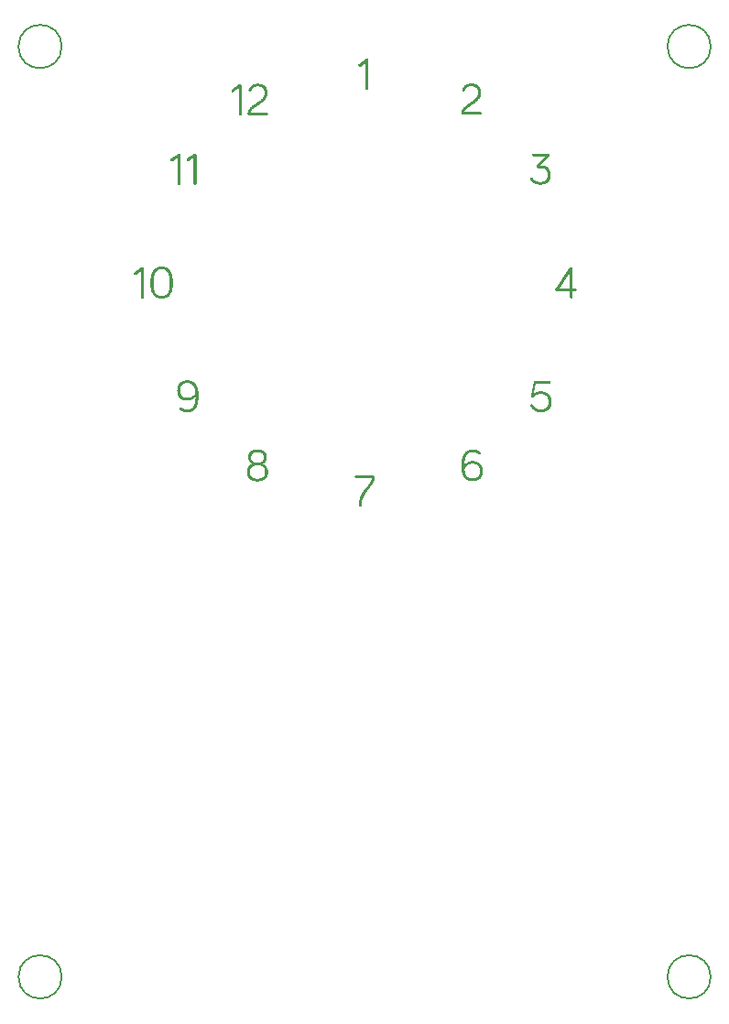
<source format=gbr>
%TF.GenerationSoftware,KiCad,Pcbnew,7.0.7*%
%TF.CreationDate,2024-03-28T21:52:13-04:00*%
%TF.ProjectId,midi-controller_control-faceplate_teensy,6d696469-2d63-46f6-9e74-726f6c6c6572,rev?*%
%TF.SameCoordinates,Original*%
%TF.FileFunction,Legend,Top*%
%TF.FilePolarity,Positive*%
%FSLAX46Y46*%
G04 Gerber Fmt 4.6, Leading zero omitted, Abs format (unit mm)*
G04 Created by KiCad (PCBNEW 7.0.7) date 2024-03-28 21:52:13*
%MOMM*%
%LPD*%
G01*
G04 APERTURE LIST*
%ADD10C,0.150000*%
%ADD11C,0.203200*%
G04 APERTURE END LIST*
D10*
G36*
X154052323Y-127737416D02*
G01*
X154001241Y-127738198D01*
X153952100Y-127740510D01*
X153904847Y-127744304D01*
X153859433Y-127749529D01*
X153815804Y-127756137D01*
X153773909Y-127764078D01*
X153733698Y-127773303D01*
X153695118Y-127783762D01*
X153658118Y-127795405D01*
X153622647Y-127808185D01*
X153588652Y-127822051D01*
X153556083Y-127836953D01*
X153524888Y-127852843D01*
X153495015Y-127869671D01*
X153466412Y-127887388D01*
X153439030Y-127905944D01*
X153606824Y-127033997D01*
X154791646Y-127033997D01*
X154823874Y-127029880D01*
X154853221Y-127018232D01*
X154878630Y-127000112D01*
X154899044Y-126976574D01*
X154913408Y-126948675D01*
X154920664Y-126917473D01*
X154921339Y-126904304D01*
X154917222Y-126871784D01*
X154905575Y-126842235D01*
X154887454Y-126816698D01*
X154863916Y-126796212D01*
X154836018Y-126781818D01*
X154804816Y-126774554D01*
X154791646Y-126773878D01*
X153514501Y-126773878D01*
X153483011Y-126777660D01*
X153455399Y-126788033D01*
X153427855Y-126807126D01*
X153406958Y-126831088D01*
X153393285Y-126857397D01*
X153388471Y-126874995D01*
X153145205Y-128119168D01*
X153138569Y-128149138D01*
X153136413Y-128173390D01*
X153140533Y-128205570D01*
X153152200Y-128234794D01*
X153170374Y-128260041D01*
X153194015Y-128280287D01*
X153222084Y-128294508D01*
X153253540Y-128301683D01*
X153266838Y-128302350D01*
X153296889Y-128299544D01*
X153325487Y-128290314D01*
X153351624Y-128274334D01*
X153375553Y-128252963D01*
X153380411Y-128248128D01*
X153415665Y-128215085D01*
X153450936Y-128184610D01*
X153486414Y-128156642D01*
X153522286Y-128131121D01*
X153558742Y-128107987D01*
X153595971Y-128087180D01*
X153634161Y-128068640D01*
X153673503Y-128052307D01*
X153714183Y-128038120D01*
X153756393Y-128026020D01*
X153800319Y-128015946D01*
X153846152Y-128007839D01*
X153894080Y-128001638D01*
X153944292Y-127997283D01*
X153996977Y-127994714D01*
X154052323Y-127993871D01*
X154090166Y-127994498D01*
X154127286Y-127996385D01*
X154163652Y-127999544D01*
X154199233Y-128003987D01*
X154233996Y-128009723D01*
X154267912Y-128016766D01*
X154300948Y-128025125D01*
X154333073Y-128034813D01*
X154364255Y-128045840D01*
X154394464Y-128058218D01*
X154423668Y-128071958D01*
X154451835Y-128087071D01*
X154478934Y-128103569D01*
X154504934Y-128121463D01*
X154529803Y-128140764D01*
X154553510Y-128161483D01*
X154576023Y-128183632D01*
X154597311Y-128207222D01*
X154617343Y-128232264D01*
X154636088Y-128258770D01*
X154653513Y-128286750D01*
X154669587Y-128316217D01*
X154684280Y-128347181D01*
X154697559Y-128379653D01*
X154709394Y-128413645D01*
X154719753Y-128449168D01*
X154728604Y-128486234D01*
X154735916Y-128524853D01*
X154741658Y-128565038D01*
X154745798Y-128606798D01*
X154748305Y-128650146D01*
X154749148Y-128695093D01*
X154748305Y-128741146D01*
X154745798Y-128785481D01*
X154741658Y-128828115D01*
X154735916Y-128869066D01*
X154728604Y-128908348D01*
X154719753Y-128945980D01*
X154709394Y-128981979D01*
X154697559Y-129016360D01*
X154684280Y-129049141D01*
X154669587Y-129080338D01*
X154653513Y-129109968D01*
X154636088Y-129138049D01*
X154617343Y-129164596D01*
X154597311Y-129189626D01*
X154576023Y-129213157D01*
X154553510Y-129235205D01*
X154529803Y-129255787D01*
X154504934Y-129274919D01*
X154478934Y-129292619D01*
X154451835Y-129308903D01*
X154423668Y-129323788D01*
X154394464Y-129337290D01*
X154364255Y-129349427D01*
X154333073Y-129360216D01*
X154300948Y-129369672D01*
X154267912Y-129377813D01*
X154233996Y-129384655D01*
X154199233Y-129390216D01*
X154163652Y-129394512D01*
X154127286Y-129397559D01*
X154090166Y-129399376D01*
X154052323Y-129399977D01*
X154020028Y-129399609D01*
X153988524Y-129398497D01*
X153957791Y-129396633D01*
X153927811Y-129394007D01*
X153898563Y-129390610D01*
X153842182Y-129381469D01*
X153788492Y-129369136D01*
X153737332Y-129353537D01*
X153688545Y-129334600D01*
X153641971Y-129312253D01*
X153597451Y-129286421D01*
X153554826Y-129257032D01*
X153513939Y-129224013D01*
X153474629Y-129187292D01*
X153436738Y-129146794D01*
X153400107Y-129102447D01*
X153382214Y-129078808D01*
X153364577Y-129054179D01*
X153347176Y-129028551D01*
X153329990Y-129001915D01*
X153313000Y-128974262D01*
X153294900Y-128947400D01*
X153272707Y-128924752D01*
X153246530Y-128909057D01*
X153216801Y-128901435D01*
X153195031Y-128900257D01*
X153162803Y-128904377D01*
X153133456Y-128916044D01*
X153108048Y-128934218D01*
X153087633Y-128957859D01*
X153073270Y-128985928D01*
X153066014Y-129017384D01*
X153065338Y-129030682D01*
X153069319Y-129060863D01*
X153079828Y-129088948D01*
X153082191Y-129093697D01*
X153098811Y-129126717D01*
X153116382Y-129158863D01*
X153134898Y-129190123D01*
X153154350Y-129220486D01*
X153174733Y-129249941D01*
X153196040Y-129278475D01*
X153218264Y-129306078D01*
X153241399Y-129332738D01*
X153265437Y-129358444D01*
X153290373Y-129383185D01*
X153316198Y-129406948D01*
X153342908Y-129429723D01*
X153370494Y-129451498D01*
X153398950Y-129472262D01*
X153428270Y-129492004D01*
X153458447Y-129510711D01*
X153489474Y-129528373D01*
X153521344Y-129544978D01*
X153554051Y-129560515D01*
X153587587Y-129574972D01*
X153621947Y-129588338D01*
X153657124Y-129600602D01*
X153693110Y-129611752D01*
X153729900Y-129621777D01*
X153767486Y-129630665D01*
X153805861Y-129638405D01*
X153845020Y-129644985D01*
X153884955Y-129650395D01*
X153925659Y-129654622D01*
X153967127Y-129657656D01*
X154009350Y-129659484D01*
X154052323Y-129660096D01*
X154105726Y-129659220D01*
X154158056Y-129656583D01*
X154209275Y-129652173D01*
X154259341Y-129645974D01*
X154308212Y-129637974D01*
X154355848Y-129628160D01*
X154402209Y-129616518D01*
X154447253Y-129603035D01*
X154490938Y-129587697D01*
X154533226Y-129570491D01*
X154574073Y-129551403D01*
X154613440Y-129530420D01*
X154651286Y-129507529D01*
X154687569Y-129482716D01*
X154722249Y-129455968D01*
X154755285Y-129427272D01*
X154786635Y-129396613D01*
X154816260Y-129363979D01*
X154844117Y-129329356D01*
X154870167Y-129292730D01*
X154894368Y-129254089D01*
X154916679Y-129213419D01*
X154937060Y-129170706D01*
X154955468Y-129125937D01*
X154971865Y-129079099D01*
X154986208Y-129030178D01*
X154998456Y-128979161D01*
X155008570Y-128926034D01*
X155016507Y-128870784D01*
X155022227Y-128813398D01*
X155025689Y-128753861D01*
X155026852Y-128692162D01*
X155025689Y-128631660D01*
X155022227Y-128573248D01*
X155016507Y-128516912D01*
X155008570Y-128462643D01*
X154998456Y-128410430D01*
X154986208Y-128360260D01*
X154971865Y-128312125D01*
X154955468Y-128266011D01*
X154937060Y-128221910D01*
X154916679Y-128179808D01*
X154894368Y-128139696D01*
X154870167Y-128101562D01*
X154844117Y-128065396D01*
X154816260Y-128031187D01*
X154786635Y-127998922D01*
X154755285Y-127968592D01*
X154722249Y-127940186D01*
X154687569Y-127913692D01*
X154651286Y-127889099D01*
X154613440Y-127866397D01*
X154574073Y-127845574D01*
X154533226Y-127826619D01*
X154490938Y-127809522D01*
X154447253Y-127794272D01*
X154402209Y-127780856D01*
X154355848Y-127769265D01*
X154308212Y-127759488D01*
X154259341Y-127751513D01*
X154209275Y-127745329D01*
X154158056Y-127740926D01*
X154105726Y-127738292D01*
X154052323Y-127737416D01*
G37*
G36*
X154018618Y-106848100D02*
G01*
X154804103Y-105966628D01*
X154821461Y-105941898D01*
X154832964Y-105914421D01*
X154837703Y-105884196D01*
X154837808Y-105878700D01*
X154833931Y-105846468D01*
X154822893Y-105817651D01*
X154805583Y-105793087D01*
X154782889Y-105773614D01*
X154755701Y-105760071D01*
X154724907Y-105753298D01*
X154711779Y-105752671D01*
X153342309Y-105752671D01*
X153310077Y-105756503D01*
X153281260Y-105767438D01*
X153256696Y-105784640D01*
X153237223Y-105807268D01*
X153223680Y-105834485D01*
X153216906Y-105865452D01*
X153216280Y-105878700D01*
X153220112Y-105910640D01*
X153231047Y-105939255D01*
X153248249Y-105963691D01*
X153270877Y-105983093D01*
X153298094Y-105996604D01*
X153329060Y-106003371D01*
X153342309Y-106003997D01*
X154426015Y-106003997D01*
X153652986Y-106886202D01*
X153635753Y-106910108D01*
X153623548Y-106939302D01*
X153619317Y-106970660D01*
X153619281Y-106974130D01*
X153623158Y-107006362D01*
X153634196Y-107035179D01*
X153651506Y-107059743D01*
X153674200Y-107079216D01*
X153701388Y-107092759D01*
X153732182Y-107099532D01*
X153745310Y-107100159D01*
X154039867Y-107100159D01*
X154083782Y-107100961D01*
X154125835Y-107103347D01*
X154166055Y-107107286D01*
X154204475Y-107112748D01*
X154241124Y-107119703D01*
X154276033Y-107128120D01*
X154309233Y-107137968D01*
X154340755Y-107149217D01*
X154370629Y-107161837D01*
X154398887Y-107175798D01*
X154425558Y-107191068D01*
X154450674Y-107207617D01*
X154474266Y-107225415D01*
X154516997Y-107264635D01*
X154553999Y-107308486D01*
X154585516Y-107356723D01*
X154611795Y-107409102D01*
X154623047Y-107436769D01*
X154633082Y-107465380D01*
X154641929Y-107494905D01*
X154649621Y-107525313D01*
X154656188Y-107556575D01*
X154661660Y-107588658D01*
X154666068Y-107621534D01*
X154669443Y-107655171D01*
X154671816Y-107689539D01*
X154673217Y-107724608D01*
X154673677Y-107760347D01*
X154673013Y-107796740D01*
X154671020Y-107832135D01*
X154667696Y-107866522D01*
X154663037Y-107899891D01*
X154657041Y-107932230D01*
X154649706Y-107963531D01*
X154641029Y-107993782D01*
X154631007Y-108022973D01*
X154619638Y-108051094D01*
X154606920Y-108078135D01*
X154592850Y-108104085D01*
X154560643Y-108152672D01*
X154522996Y-108196771D01*
X154479890Y-108236300D01*
X154456284Y-108254326D01*
X154431305Y-108271178D01*
X154404950Y-108286846D01*
X154377218Y-108301320D01*
X154348106Y-108314589D01*
X154317612Y-108326644D01*
X154285732Y-108337474D01*
X154252464Y-108347069D01*
X154217806Y-108355417D01*
X154181755Y-108362510D01*
X154144308Y-108368336D01*
X154105463Y-108372885D01*
X154065218Y-108376148D01*
X154023570Y-108378113D01*
X153980516Y-108378770D01*
X153949010Y-108378362D01*
X153918235Y-108377146D01*
X153888183Y-108375133D01*
X153858846Y-108372335D01*
X153802286Y-108364430D01*
X153748493Y-108353525D01*
X153697405Y-108339714D01*
X153648959Y-108323090D01*
X153603094Y-108303746D01*
X153559747Y-108281775D01*
X153518855Y-108257272D01*
X153480357Y-108230328D01*
X153444190Y-108201039D01*
X153410293Y-108169496D01*
X153378602Y-108135794D01*
X153349056Y-108100026D01*
X153321592Y-108062285D01*
X153296147Y-108022664D01*
X153276415Y-107997667D01*
X153251864Y-107977348D01*
X153222690Y-107963871D01*
X153193378Y-107958552D01*
X153182575Y-107958184D01*
X153150587Y-107962061D01*
X153121850Y-107973099D01*
X153097252Y-107990409D01*
X153077681Y-108013103D01*
X153064028Y-108040291D01*
X153057180Y-108071085D01*
X153056545Y-108084213D01*
X153059984Y-108114211D01*
X153070199Y-108141992D01*
X153077794Y-108156021D01*
X153093485Y-108181362D01*
X153109925Y-108206264D01*
X153127119Y-108230701D01*
X153145074Y-108254650D01*
X153163795Y-108278087D01*
X153183288Y-108300988D01*
X153203559Y-108323330D01*
X153224615Y-108345088D01*
X153246460Y-108366238D01*
X153269102Y-108386757D01*
X153292545Y-108406621D01*
X153316796Y-108425805D01*
X153341860Y-108444287D01*
X153367744Y-108462041D01*
X153394453Y-108479045D01*
X153421994Y-108495274D01*
X153450371Y-108510705D01*
X153479592Y-108525313D01*
X153509662Y-108539075D01*
X153540587Y-108551966D01*
X153572372Y-108563964D01*
X153605025Y-108575043D01*
X153638550Y-108585181D01*
X153672953Y-108594353D01*
X153708241Y-108602535D01*
X153744419Y-108609704D01*
X153781494Y-108615835D01*
X153819470Y-108620906D01*
X153858355Y-108624891D01*
X153898153Y-108627767D01*
X153938872Y-108629510D01*
X153980516Y-108630096D01*
X154039514Y-108629178D01*
X154096705Y-108626431D01*
X154152084Y-108621871D01*
X154205647Y-108615510D01*
X154257389Y-108607364D01*
X154307307Y-108597445D01*
X154355396Y-108585769D01*
X154401652Y-108572348D01*
X154446070Y-108557197D01*
X154488646Y-108540330D01*
X154529376Y-108521760D01*
X154568256Y-108501502D01*
X154605281Y-108479570D01*
X154640447Y-108455977D01*
X154673749Y-108430738D01*
X154705184Y-108403866D01*
X154734748Y-108375376D01*
X154762435Y-108345281D01*
X154788241Y-108313595D01*
X154812163Y-108280333D01*
X154834195Y-108245508D01*
X154854335Y-108209134D01*
X154872576Y-108171225D01*
X154888916Y-108131795D01*
X154903350Y-108090858D01*
X154915873Y-108048428D01*
X154926481Y-108004520D01*
X154935170Y-107959146D01*
X154941935Y-107912321D01*
X154946773Y-107864058D01*
X154949679Y-107814373D01*
X154950648Y-107763278D01*
X154950039Y-107718814D01*
X154948177Y-107674634D01*
X154945012Y-107630812D01*
X154940495Y-107587422D01*
X154934574Y-107544538D01*
X154927199Y-107502235D01*
X154918320Y-107460585D01*
X154907887Y-107419663D01*
X154895849Y-107379543D01*
X154882156Y-107340298D01*
X154866758Y-107302004D01*
X154849605Y-107264732D01*
X154830646Y-107228559D01*
X154809830Y-107193556D01*
X154787108Y-107159799D01*
X154762429Y-107127361D01*
X154735743Y-107096317D01*
X154706999Y-107066739D01*
X154676148Y-107038703D01*
X154643139Y-107012282D01*
X154607921Y-106987549D01*
X154570444Y-106964579D01*
X154530659Y-106943446D01*
X154488514Y-106924224D01*
X154443960Y-106906986D01*
X154396946Y-106891807D01*
X154347421Y-106878760D01*
X154295336Y-106867920D01*
X154240640Y-106859360D01*
X154183283Y-106853154D01*
X154123214Y-106849376D01*
X154060383Y-106848100D01*
X154018618Y-106848100D01*
G37*
G36*
X146781367Y-99822350D02*
G01*
X146773893Y-99851618D01*
X146772575Y-99868512D01*
X146776695Y-99900740D01*
X146788361Y-99930086D01*
X146806535Y-99955495D01*
X146830177Y-99975910D01*
X146858245Y-99990273D01*
X146889702Y-99997529D01*
X146903000Y-99998205D01*
X146932225Y-99995143D01*
X146962886Y-99983988D01*
X146989497Y-99964932D01*
X147008804Y-99942517D01*
X147024633Y-99914674D01*
X147043439Y-99875915D01*
X147063725Y-99838094D01*
X147085704Y-99801425D01*
X147109584Y-99766125D01*
X147135576Y-99732409D01*
X147163892Y-99700493D01*
X147194740Y-99670592D01*
X147228332Y-99642923D01*
X147264877Y-99617702D01*
X147304587Y-99595143D01*
X147347671Y-99575463D01*
X147394340Y-99558877D01*
X147444805Y-99545601D01*
X147499275Y-99535852D01*
X147557961Y-99529844D01*
X147588951Y-99528310D01*
X147621074Y-99527793D01*
X147657981Y-99528509D01*
X147693820Y-99530638D01*
X147728585Y-99534148D01*
X147762269Y-99539009D01*
X147794865Y-99545191D01*
X147826367Y-99552663D01*
X147856767Y-99561395D01*
X147886059Y-99571356D01*
X147914235Y-99582517D01*
X147941290Y-99594845D01*
X147992005Y-99622886D01*
X148038150Y-99655236D01*
X148079671Y-99691650D01*
X148116511Y-99731885D01*
X148148617Y-99775697D01*
X148175934Y-99822844D01*
X148198407Y-99873080D01*
X148215981Y-99926163D01*
X148228602Y-99981849D01*
X148236215Y-100039894D01*
X148238126Y-100069725D01*
X148238764Y-100100054D01*
X148234281Y-100183986D01*
X148221212Y-100263423D01*
X148200130Y-100338668D01*
X148171608Y-100410023D01*
X148136217Y-100477789D01*
X148094531Y-100542268D01*
X148047121Y-100603762D01*
X147994560Y-100662572D01*
X147937420Y-100719001D01*
X147876273Y-100773350D01*
X147811692Y-100825920D01*
X147744250Y-100877014D01*
X147674518Y-100926933D01*
X147603069Y-100975980D01*
X147530475Y-101024454D01*
X147457309Y-101072660D01*
X147384143Y-101120897D01*
X147311550Y-101169469D01*
X147240101Y-101218676D01*
X147170369Y-101268821D01*
X147102926Y-101320204D01*
X147038346Y-101373129D01*
X146977199Y-101427896D01*
X146920059Y-101484808D01*
X146867498Y-101544166D01*
X146820088Y-101606272D01*
X146778401Y-101671427D01*
X146743011Y-101739934D01*
X146714488Y-101812093D01*
X146693407Y-101888208D01*
X146680338Y-101968579D01*
X146675854Y-102053509D01*
X146680020Y-102085736D01*
X146691789Y-102115083D01*
X146710072Y-102140492D01*
X146733779Y-102160906D01*
X146761819Y-102175270D01*
X146793103Y-102182526D01*
X146806280Y-102183202D01*
X148427808Y-102183202D01*
X148460036Y-102179084D01*
X148489383Y-102167437D01*
X148514792Y-102149316D01*
X148535206Y-102125778D01*
X148549570Y-102097880D01*
X148556826Y-102066678D01*
X148557501Y-102053509D01*
X148553384Y-102020988D01*
X148541737Y-101991439D01*
X148523616Y-101965902D01*
X148500078Y-101945417D01*
X148472180Y-101931022D01*
X148440978Y-101923759D01*
X148427808Y-101923083D01*
X146961618Y-101923083D01*
X146966089Y-101876002D01*
X146979121Y-101829990D01*
X147000144Y-101784878D01*
X147028586Y-101740495D01*
X147063877Y-101696669D01*
X147105446Y-101653229D01*
X147152723Y-101610006D01*
X147205136Y-101566828D01*
X147262116Y-101523524D01*
X147323090Y-101479924D01*
X147387489Y-101435857D01*
X147454742Y-101391152D01*
X147524278Y-101345638D01*
X147595526Y-101299145D01*
X147667915Y-101251501D01*
X147740875Y-101202536D01*
X147813835Y-101152079D01*
X147886225Y-101099959D01*
X147957473Y-101046006D01*
X148027009Y-100990049D01*
X148094261Y-100931916D01*
X148158660Y-100871438D01*
X148219635Y-100808443D01*
X148276614Y-100742760D01*
X148329028Y-100674219D01*
X148376304Y-100602649D01*
X148417874Y-100527879D01*
X148453165Y-100449739D01*
X148481607Y-100368057D01*
X148502629Y-100282663D01*
X148515661Y-100193385D01*
X148520132Y-100100054D01*
X148519150Y-100054110D01*
X148516218Y-100009170D01*
X148511355Y-99965264D01*
X148504582Y-99922422D01*
X148495918Y-99880674D01*
X148485385Y-99840049D01*
X148473002Y-99800578D01*
X148458789Y-99762289D01*
X148442766Y-99725214D01*
X148424954Y-99689381D01*
X148405373Y-99654821D01*
X148384042Y-99621562D01*
X148360982Y-99589636D01*
X148336213Y-99559072D01*
X148309756Y-99529899D01*
X148281629Y-99502148D01*
X148251854Y-99475847D01*
X148220450Y-99451028D01*
X148187438Y-99427720D01*
X148152838Y-99405951D01*
X148116669Y-99385754D01*
X148078953Y-99367156D01*
X148039708Y-99350188D01*
X147998956Y-99334880D01*
X147956716Y-99321261D01*
X147913009Y-99309361D01*
X147867854Y-99299210D01*
X147821272Y-99290839D01*
X147773283Y-99284275D01*
X147723907Y-99279550D01*
X147673164Y-99276694D01*
X147621074Y-99275735D01*
X147580950Y-99276336D01*
X147541641Y-99278131D01*
X147503155Y-99281107D01*
X147465501Y-99285252D01*
X147428686Y-99290552D01*
X147392718Y-99296996D01*
X147357606Y-99304571D01*
X147323357Y-99313264D01*
X147289980Y-99323063D01*
X147257483Y-99333954D01*
X147225873Y-99345926D01*
X147195159Y-99358965D01*
X147165348Y-99373060D01*
X147136449Y-99388197D01*
X147108471Y-99404364D01*
X147081420Y-99421548D01*
X147055305Y-99439736D01*
X147030134Y-99458917D01*
X147005915Y-99479077D01*
X146982656Y-99500204D01*
X146960365Y-99522286D01*
X146939051Y-99545308D01*
X146918720Y-99569260D01*
X146899382Y-99594128D01*
X146881045Y-99619900D01*
X146863716Y-99646563D01*
X146847403Y-99674104D01*
X146832114Y-99702512D01*
X146817859Y-99731773D01*
X146804644Y-99761874D01*
X146792477Y-99792803D01*
X146781367Y-99824548D01*
X146781367Y-99822350D01*
G37*
G36*
X120459958Y-106131708D02*
G01*
X120459958Y-108510878D01*
X120464381Y-108545442D01*
X120476877Y-108576934D01*
X120496289Y-108604213D01*
X120521460Y-108626139D01*
X120551233Y-108641572D01*
X120584451Y-108649370D01*
X120598444Y-108650096D01*
X120633008Y-108645671D01*
X120664500Y-108633155D01*
X120691780Y-108613690D01*
X120713706Y-108588415D01*
X120729138Y-108558472D01*
X120736936Y-108524999D01*
X120737662Y-108510878D01*
X120737662Y-105882580D01*
X120733237Y-105847968D01*
X120720722Y-105816354D01*
X120701256Y-105788913D01*
X120675982Y-105766818D01*
X120646038Y-105751244D01*
X120612565Y-105743364D01*
X120598444Y-105742629D01*
X120566862Y-105746532D01*
X120538795Y-105757617D01*
X120514913Y-105772671D01*
X119855457Y-106232825D01*
X119833008Y-106252045D01*
X119815792Y-106275875D01*
X119802760Y-106306567D01*
X119797079Y-106338513D01*
X119796839Y-106346398D01*
X119801245Y-106379206D01*
X119813623Y-106409486D01*
X119832717Y-106435996D01*
X119857268Y-106457495D01*
X119886018Y-106472741D01*
X119917710Y-106480494D01*
X119930928Y-106481220D01*
X119962510Y-106477781D01*
X119991928Y-106467309D01*
X120010796Y-106456307D01*
X120459958Y-106131708D01*
G37*
G36*
X121934208Y-106131708D02*
G01*
X121934208Y-108510878D01*
X121938631Y-108545442D01*
X121951127Y-108576934D01*
X121970539Y-108604213D01*
X121995710Y-108626139D01*
X122025483Y-108641572D01*
X122058701Y-108649370D01*
X122072694Y-108650096D01*
X122107258Y-108645671D01*
X122138750Y-108633155D01*
X122166029Y-108613690D01*
X122187955Y-108588415D01*
X122203388Y-108558472D01*
X122211186Y-108524999D01*
X122211912Y-108510878D01*
X122211912Y-105882580D01*
X122207487Y-105847968D01*
X122194971Y-105816354D01*
X122175506Y-105788913D01*
X122150231Y-105766818D01*
X122120288Y-105751244D01*
X122086815Y-105743364D01*
X122072694Y-105742629D01*
X122041112Y-105746532D01*
X122013045Y-105757617D01*
X121989163Y-105772671D01*
X121329707Y-106232825D01*
X121307258Y-106252045D01*
X121290042Y-106275875D01*
X121277010Y-106306567D01*
X121271328Y-106338513D01*
X121271089Y-106346398D01*
X121275494Y-106379206D01*
X121287873Y-106409486D01*
X121306967Y-106435996D01*
X121331517Y-106457495D01*
X121360268Y-106472741D01*
X121391959Y-106480494D01*
X121405178Y-106481220D01*
X121436760Y-106477781D01*
X121466178Y-106467309D01*
X121485046Y-106456307D01*
X121934208Y-106131708D01*
G37*
G36*
X147786022Y-133096089D02*
G01*
X147816356Y-133097136D01*
X147846153Y-133098849D01*
X147904101Y-133104180D01*
X147959785Y-133111882D01*
X148013122Y-133121757D01*
X148064031Y-133133606D01*
X148112430Y-133147231D01*
X148158239Y-133162434D01*
X148201375Y-133179015D01*
X148241757Y-133196776D01*
X148279303Y-133215519D01*
X148313932Y-133235045D01*
X148345561Y-133255155D01*
X148374111Y-133275651D01*
X148399498Y-133296335D01*
X148431472Y-133327277D01*
X148441923Y-133338497D01*
X148459722Y-133365144D01*
X148470164Y-133393095D01*
X148473970Y-133424730D01*
X148473286Y-133438165D01*
X148465949Y-133469958D01*
X148451443Y-133498339D01*
X148430860Y-133522252D01*
X148405289Y-133540642D01*
X148375820Y-133552450D01*
X148343545Y-133556621D01*
X148340809Y-133556597D01*
X148311731Y-133552718D01*
X148282263Y-133540593D01*
X148255617Y-133522915D01*
X148230001Y-133504044D01*
X148203699Y-133485938D01*
X148176698Y-133468662D01*
X148148982Y-133452276D01*
X148120536Y-133436843D01*
X148091346Y-133422426D01*
X148061395Y-133409086D01*
X148030669Y-133396886D01*
X147999154Y-133385888D01*
X147966833Y-133376155D01*
X147933693Y-133367748D01*
X147899717Y-133360731D01*
X147864891Y-133355164D01*
X147829201Y-133351111D01*
X147792630Y-133348633D01*
X147755163Y-133347793D01*
X147700846Y-133349319D01*
X147648875Y-133353849D01*
X147599209Y-133361315D01*
X147551808Y-133371648D01*
X147506631Y-133384779D01*
X147463638Y-133400638D01*
X147422786Y-133419157D01*
X147384036Y-133440266D01*
X147347347Y-133463896D01*
X147312678Y-133489979D01*
X147279989Y-133518444D01*
X147249237Y-133549223D01*
X147220384Y-133582248D01*
X147193387Y-133617448D01*
X147168206Y-133654755D01*
X147144801Y-133694099D01*
X147123130Y-133735412D01*
X147103152Y-133778624D01*
X147084828Y-133823667D01*
X147068116Y-133870471D01*
X147052975Y-133918966D01*
X147039365Y-133969085D01*
X147027245Y-134020758D01*
X147016573Y-134073916D01*
X147007310Y-134128489D01*
X146999414Y-134184409D01*
X146992845Y-134241607D01*
X146987562Y-134300013D01*
X146983523Y-134359558D01*
X146980689Y-134420174D01*
X146979019Y-134481790D01*
X146978471Y-134544339D01*
X146989547Y-134528515D01*
X147014247Y-134496434D01*
X147042302Y-134464066D01*
X147073657Y-134431757D01*
X147108259Y-134399855D01*
X147146054Y-134368706D01*
X147186989Y-134338656D01*
X147231010Y-134310053D01*
X147278062Y-134283243D01*
X147328094Y-134258572D01*
X147381050Y-134236388D01*
X147408608Y-134226336D01*
X147436877Y-134217037D01*
X147465850Y-134208532D01*
X147495521Y-134200865D01*
X147525884Y-134194080D01*
X147556930Y-134188220D01*
X147588654Y-134183328D01*
X147621049Y-134179448D01*
X147654107Y-134176623D01*
X147687824Y-134174896D01*
X147722191Y-134174311D01*
X147773340Y-134175175D01*
X147823580Y-134177775D01*
X147872863Y-134182118D01*
X147921142Y-134188213D01*
X147968372Y-134196070D01*
X148014504Y-134205696D01*
X148059492Y-134217102D01*
X148103290Y-134230296D01*
X148145850Y-134245287D01*
X148187125Y-134262083D01*
X148227070Y-134280694D01*
X148265636Y-134301127D01*
X148302778Y-134323394D01*
X148338448Y-134347501D01*
X148372599Y-134373458D01*
X148405185Y-134401274D01*
X148436159Y-134430957D01*
X148465474Y-134462517D01*
X148493083Y-134495962D01*
X148518940Y-134531302D01*
X148542997Y-134568544D01*
X148565208Y-134607698D01*
X148585526Y-134648773D01*
X148603904Y-134691778D01*
X148620295Y-134736721D01*
X148634652Y-134783611D01*
X148646929Y-134832457D01*
X148657079Y-134883269D01*
X148665055Y-134936054D01*
X148670810Y-134990822D01*
X148674298Y-135047582D01*
X148675471Y-135106342D01*
X148674297Y-135168488D01*
X148670804Y-135228272D01*
X148665034Y-135285720D01*
X148657029Y-135340858D01*
X148646832Y-135393710D01*
X148634483Y-135444303D01*
X148620026Y-135492662D01*
X148603503Y-135538812D01*
X148584955Y-135582779D01*
X148564425Y-135624588D01*
X148541955Y-135664265D01*
X148517588Y-135701835D01*
X148491364Y-135737325D01*
X148463327Y-135770758D01*
X148433518Y-135802161D01*
X148401980Y-135831560D01*
X148368754Y-135858979D01*
X148333883Y-135884445D01*
X148297410Y-135907982D01*
X148259375Y-135929617D01*
X148219822Y-135949374D01*
X148178792Y-135967280D01*
X148136327Y-135983359D01*
X148092470Y-135997637D01*
X148047263Y-136010141D01*
X148000748Y-136020894D01*
X147952967Y-136029923D01*
X147903962Y-136037253D01*
X147853775Y-136042910D01*
X147802448Y-136046919D01*
X147750025Y-136049306D01*
X147696545Y-136050096D01*
X147631996Y-136048398D01*
X147569813Y-136043345D01*
X147509975Y-136035001D01*
X147452462Y-136023429D01*
X147397253Y-136008691D01*
X147344327Y-135990851D01*
X147293664Y-135969972D01*
X147245242Y-135946117D01*
X147199040Y-135919349D01*
X147155039Y-135889731D01*
X147113217Y-135857326D01*
X147073553Y-135822198D01*
X147036026Y-135784408D01*
X147000617Y-135744021D01*
X146967303Y-135701099D01*
X146936065Y-135655705D01*
X146906880Y-135607903D01*
X146879730Y-135557755D01*
X146854592Y-135505325D01*
X146831446Y-135450676D01*
X146810271Y-135393870D01*
X146791047Y-135334971D01*
X146773752Y-135274041D01*
X146758366Y-135211145D01*
X146744869Y-135146344D01*
X146733238Y-135079703D01*
X146723453Y-135011283D01*
X146715495Y-134941149D01*
X146710561Y-134883592D01*
X146999720Y-134883592D01*
X147000420Y-134932763D01*
X147002515Y-134981052D01*
X147006002Y-135028414D01*
X147010879Y-135074806D01*
X147017140Y-135120182D01*
X147024783Y-135164499D01*
X147033804Y-135207710D01*
X147044199Y-135249773D01*
X147055965Y-135290643D01*
X147069098Y-135330274D01*
X147083594Y-135368623D01*
X147099450Y-135405644D01*
X147116662Y-135441294D01*
X147135227Y-135475527D01*
X147155141Y-135508300D01*
X147176400Y-135539568D01*
X147199000Y-135569285D01*
X147222939Y-135597408D01*
X147248212Y-135623892D01*
X147274816Y-135648693D01*
X147302747Y-135671765D01*
X147332001Y-135693065D01*
X147362576Y-135712548D01*
X147394466Y-135730169D01*
X147427670Y-135745883D01*
X147462182Y-135759647D01*
X147498000Y-135771416D01*
X147535120Y-135781145D01*
X147573538Y-135788789D01*
X147613251Y-135794304D01*
X147654254Y-135797646D01*
X147696545Y-135798770D01*
X147734403Y-135798248D01*
X147771565Y-135796661D01*
X147808001Y-135793980D01*
X147843675Y-135790175D01*
X147878555Y-135785216D01*
X147912607Y-135779074D01*
X147945799Y-135771718D01*
X147978096Y-135763118D01*
X148009466Y-135753246D01*
X148039876Y-135742071D01*
X148069291Y-135729564D01*
X148097680Y-135715694D01*
X148125008Y-135700432D01*
X148151242Y-135683749D01*
X148176349Y-135665613D01*
X148200296Y-135645996D01*
X148223049Y-135624868D01*
X148244576Y-135602199D01*
X148264843Y-135577959D01*
X148283816Y-135552118D01*
X148301462Y-135524647D01*
X148317749Y-135495516D01*
X148332642Y-135464695D01*
X148346109Y-135432154D01*
X148358116Y-135397864D01*
X148368630Y-135361794D01*
X148377618Y-135323915D01*
X148385047Y-135284197D01*
X148390882Y-135242611D01*
X148395092Y-135199126D01*
X148397642Y-135153713D01*
X148398499Y-135106342D01*
X148397632Y-135061907D01*
X148395058Y-135019131D01*
X148390816Y-134977997D01*
X148384947Y-134938488D01*
X148377490Y-134900589D01*
X148368486Y-134864283D01*
X148357974Y-134829554D01*
X148345995Y-134796386D01*
X148332588Y-134764763D01*
X148317793Y-134734667D01*
X148301652Y-134706084D01*
X148284202Y-134678996D01*
X148265485Y-134653389D01*
X148245540Y-134629244D01*
X148224408Y-134606547D01*
X148202128Y-134585280D01*
X148178740Y-134565428D01*
X148154285Y-134546975D01*
X148128802Y-134529904D01*
X148102331Y-134514198D01*
X148074912Y-134499843D01*
X148046586Y-134486821D01*
X148017392Y-134475116D01*
X147987370Y-134464712D01*
X147956560Y-134455593D01*
X147925002Y-134447742D01*
X147892737Y-134441144D01*
X147859803Y-134435782D01*
X147826242Y-134431640D01*
X147792093Y-134428701D01*
X147757396Y-134426950D01*
X147722191Y-134426370D01*
X147689451Y-134426956D01*
X147657445Y-134428695D01*
X147626167Y-134431561D01*
X147595608Y-134435527D01*
X147565759Y-134440566D01*
X147536614Y-134446651D01*
X147480402Y-134461850D01*
X147426907Y-134480908D01*
X147376067Y-134503611D01*
X147327817Y-134529742D01*
X147282096Y-134559085D01*
X147238838Y-134591425D01*
X147197982Y-134626546D01*
X147159464Y-134664233D01*
X147123219Y-134704268D01*
X147089186Y-134746438D01*
X147057301Y-134790526D01*
X147027500Y-134836316D01*
X146999720Y-134883592D01*
X146710561Y-134883592D01*
X146709341Y-134869362D01*
X146704971Y-134795987D01*
X146702364Y-134721086D01*
X146701500Y-134644723D01*
X146702640Y-134543837D01*
X146706048Y-134446685D01*
X146711700Y-134353233D01*
X146719576Y-134263446D01*
X146729654Y-134177289D01*
X146741912Y-134094728D01*
X146756329Y-134015726D01*
X146772884Y-133940250D01*
X146791553Y-133868264D01*
X146812317Y-133799734D01*
X146835153Y-133734625D01*
X146860040Y-133672901D01*
X146886956Y-133614529D01*
X146915879Y-133559472D01*
X146946788Y-133507697D01*
X146979662Y-133459168D01*
X147014478Y-133413850D01*
X147051216Y-133371709D01*
X147089853Y-133332710D01*
X147130368Y-133296817D01*
X147172739Y-133263996D01*
X147216945Y-133234212D01*
X147262964Y-133207431D01*
X147310775Y-133183616D01*
X147360356Y-133162734D01*
X147411685Y-133144749D01*
X147464740Y-133129627D01*
X147519501Y-133117333D01*
X147575945Y-133107831D01*
X147634052Y-133101088D01*
X147693798Y-133097067D01*
X147755163Y-133095735D01*
X147786022Y-133096089D01*
G37*
G36*
X127892894Y-133106402D02*
G01*
X127939123Y-133108408D01*
X127984347Y-133111762D01*
X128028531Y-133116472D01*
X128071640Y-133122547D01*
X128113640Y-133129996D01*
X128154497Y-133138826D01*
X128194176Y-133149046D01*
X128232642Y-133160664D01*
X128269860Y-133173690D01*
X128305796Y-133188131D01*
X128340415Y-133203996D01*
X128373683Y-133221293D01*
X128405565Y-133240032D01*
X128436027Y-133260219D01*
X128465033Y-133281864D01*
X128492550Y-133304976D01*
X128518542Y-133329562D01*
X128542976Y-133355631D01*
X128565815Y-133383191D01*
X128587026Y-133412252D01*
X128606575Y-133442821D01*
X128624426Y-133474907D01*
X128640545Y-133508518D01*
X128654897Y-133543663D01*
X128667448Y-133580350D01*
X128678163Y-133618588D01*
X128687007Y-133658385D01*
X128693947Y-133699750D01*
X128698946Y-133742691D01*
X128701971Y-133787216D01*
X128702987Y-133833334D01*
X128702462Y-133863796D01*
X128700908Y-133893366D01*
X128694841Y-133949891D01*
X128685039Y-134003026D01*
X128671755Y-134052889D01*
X128655242Y-134099597D01*
X128635754Y-134143265D01*
X128613543Y-134184012D01*
X128588865Y-134221955D01*
X128561970Y-134257210D01*
X128533114Y-134289894D01*
X128502549Y-134320125D01*
X128470529Y-134348019D01*
X128437306Y-134373693D01*
X128403135Y-134397265D01*
X128368268Y-134418851D01*
X128332959Y-134438568D01*
X128361781Y-134450076D01*
X128389849Y-134462476D01*
X128417153Y-134475755D01*
X128443683Y-134489903D01*
X128469427Y-134504910D01*
X128494376Y-134520763D01*
X128518519Y-134537453D01*
X128564342Y-134573299D01*
X128606813Y-134612360D01*
X128645847Y-134654549D01*
X128681358Y-134699779D01*
X128713262Y-134747964D01*
X128741475Y-134799016D01*
X128754171Y-134825590D01*
X128765912Y-134852849D01*
X128776687Y-134880780D01*
X128786486Y-134909375D01*
X128795299Y-134938621D01*
X128803115Y-134968507D01*
X128809923Y-134999024D01*
X128815713Y-135030160D01*
X128820474Y-135061904D01*
X128824195Y-135094245D01*
X128826867Y-135127173D01*
X128828477Y-135160676D01*
X128829016Y-135194744D01*
X128827853Y-135248220D01*
X128824389Y-135299975D01*
X128818664Y-135350012D01*
X128810717Y-135398332D01*
X128800587Y-135444936D01*
X128788314Y-135489826D01*
X128773937Y-135533003D01*
X128757495Y-135574469D01*
X128739028Y-135614225D01*
X128718575Y-135652272D01*
X128696175Y-135688613D01*
X128671868Y-135723249D01*
X128645692Y-135756180D01*
X128617688Y-135787409D01*
X128587894Y-135816937D01*
X128556350Y-135844766D01*
X128523095Y-135870896D01*
X128488168Y-135895330D01*
X128451609Y-135918069D01*
X128413458Y-135939114D01*
X128373752Y-135958468D01*
X128332533Y-135976130D01*
X128289838Y-135992104D01*
X128245707Y-136006389D01*
X128200180Y-136018989D01*
X128153296Y-136029904D01*
X128105095Y-136039135D01*
X128055614Y-136046685D01*
X128004895Y-136052555D01*
X127952976Y-136056745D01*
X127899896Y-136059259D01*
X127845695Y-136060096D01*
X127791560Y-136059259D01*
X127738543Y-136056745D01*
X127686682Y-136052555D01*
X127636017Y-136046685D01*
X127586587Y-136039135D01*
X127538433Y-136029904D01*
X127491592Y-136018989D01*
X127446106Y-136006389D01*
X127402012Y-135992104D01*
X127359351Y-135976130D01*
X127318163Y-135958468D01*
X127278486Y-135939114D01*
X127240359Y-135918069D01*
X127203823Y-135895330D01*
X127168917Y-135870896D01*
X127135681Y-135844766D01*
X127104153Y-135816937D01*
X127074373Y-135787409D01*
X127046381Y-135756180D01*
X127020216Y-135723249D01*
X126995917Y-135688613D01*
X126973525Y-135652272D01*
X126953078Y-135614225D01*
X126934615Y-135574469D01*
X126918177Y-135533003D01*
X126903803Y-135489826D01*
X126891532Y-135444936D01*
X126881404Y-135398332D01*
X126873458Y-135350012D01*
X126867733Y-135299975D01*
X126864269Y-135248220D01*
X126863106Y-135194744D01*
X127140077Y-135194744D01*
X127140922Y-135234025D01*
X127143437Y-135271916D01*
X127147592Y-135308426D01*
X127153356Y-135343565D01*
X127160700Y-135377342D01*
X127169593Y-135409766D01*
X127180005Y-135440846D01*
X127191906Y-135470593D01*
X127205266Y-135499015D01*
X127220054Y-135526123D01*
X127236240Y-135551924D01*
X127253795Y-135576429D01*
X127272687Y-135599648D01*
X127292887Y-135621589D01*
X127314365Y-135642261D01*
X127337089Y-135661675D01*
X127361032Y-135679839D01*
X127386161Y-135696764D01*
X127412447Y-135712458D01*
X127439859Y-135726931D01*
X127468368Y-135740192D01*
X127497943Y-135752250D01*
X127528554Y-135763116D01*
X127560171Y-135772798D01*
X127592764Y-135781306D01*
X127626302Y-135788648D01*
X127660755Y-135794836D01*
X127696094Y-135799877D01*
X127732287Y-135803782D01*
X127769305Y-135806560D01*
X127807118Y-135808219D01*
X127845695Y-135808770D01*
X127884336Y-135808219D01*
X127922205Y-135806560D01*
X127959272Y-135803782D01*
X127995506Y-135799877D01*
X128030879Y-135794836D01*
X128065360Y-135788648D01*
X128098919Y-135781306D01*
X128131528Y-135772798D01*
X128163155Y-135763116D01*
X128193771Y-135752250D01*
X128223347Y-135740192D01*
X128251852Y-135726931D01*
X128279258Y-135712458D01*
X128305533Y-135696764D01*
X128330649Y-135679839D01*
X128354575Y-135661675D01*
X128377281Y-135642261D01*
X128398739Y-135621589D01*
X128418918Y-135599648D01*
X128437788Y-135576429D01*
X128455320Y-135551924D01*
X128471483Y-135526123D01*
X128486249Y-135499015D01*
X128499586Y-135470593D01*
X128511466Y-135440846D01*
X128521859Y-135409766D01*
X128530734Y-135377342D01*
X128538063Y-135343565D01*
X128543815Y-135308426D01*
X128547960Y-135271916D01*
X128550469Y-135234025D01*
X128551312Y-135194744D01*
X128550540Y-135155903D01*
X128548234Y-135118376D01*
X128544410Y-135082155D01*
X128539085Y-135047238D01*
X128532274Y-135013617D01*
X128523994Y-134981288D01*
X128514260Y-134950246D01*
X128503090Y-134920486D01*
X128490498Y-134892001D01*
X128476501Y-134864788D01*
X128461115Y-134838840D01*
X128444357Y-134814153D01*
X128426242Y-134790721D01*
X128406786Y-134768539D01*
X128386006Y-134747602D01*
X128363917Y-134727904D01*
X128340536Y-134709441D01*
X128315879Y-134692207D01*
X128289962Y-134676196D01*
X128262800Y-134661405D01*
X128234411Y-134647826D01*
X128204810Y-134635456D01*
X128174014Y-134624289D01*
X128142038Y-134614320D01*
X128108898Y-134605543D01*
X128074611Y-134597953D01*
X128039192Y-134591545D01*
X128002659Y-134586314D01*
X127965026Y-134582255D01*
X127926311Y-134579362D01*
X127886528Y-134577630D01*
X127845695Y-134577054D01*
X127804861Y-134577630D01*
X127765079Y-134579362D01*
X127726363Y-134582255D01*
X127688731Y-134586314D01*
X127652197Y-134591545D01*
X127616779Y-134597953D01*
X127582491Y-134605543D01*
X127549352Y-134614320D01*
X127517376Y-134624289D01*
X127486579Y-134635456D01*
X127456978Y-134647826D01*
X127428589Y-134661405D01*
X127401428Y-134676196D01*
X127375511Y-134692207D01*
X127350853Y-134709441D01*
X127327472Y-134727904D01*
X127305384Y-134747602D01*
X127284604Y-134768539D01*
X127265148Y-134790721D01*
X127247033Y-134814153D01*
X127230274Y-134838840D01*
X127214888Y-134864788D01*
X127200892Y-134892001D01*
X127188300Y-134920486D01*
X127177129Y-134950246D01*
X127167396Y-134981288D01*
X127159115Y-135013617D01*
X127152305Y-135047238D01*
X127146979Y-135082155D01*
X127143155Y-135118376D01*
X127140849Y-135155903D01*
X127140077Y-135194744D01*
X126863106Y-135194744D01*
X126863645Y-135160676D01*
X126865255Y-135127173D01*
X126867926Y-135094245D01*
X126871647Y-135061904D01*
X126876406Y-135030160D01*
X126882194Y-134999024D01*
X126888999Y-134968507D01*
X126896811Y-134938621D01*
X126905619Y-134909375D01*
X126915413Y-134880780D01*
X126926181Y-134852849D01*
X126937913Y-134825590D01*
X126950598Y-134799016D01*
X126978784Y-134747964D01*
X127010654Y-134699779D01*
X127046122Y-134654549D01*
X127085102Y-134612360D01*
X127127508Y-134573299D01*
X127173254Y-134537453D01*
X127197353Y-134520763D01*
X127222255Y-134504910D01*
X127247948Y-134489903D01*
X127274424Y-134475755D01*
X127301670Y-134462476D01*
X127329675Y-134450076D01*
X127358430Y-134438568D01*
X127323129Y-134418851D01*
X127288286Y-134397265D01*
X127254151Y-134373693D01*
X127220975Y-134348019D01*
X127189010Y-134320125D01*
X127158507Y-134289894D01*
X127129717Y-134257210D01*
X127102891Y-134221955D01*
X127078281Y-134184012D01*
X127056137Y-134143265D01*
X127036711Y-134099597D01*
X127020253Y-134052889D01*
X127007016Y-134003026D01*
X126997249Y-133949891D01*
X126991205Y-133893366D01*
X126989658Y-133863796D01*
X126989135Y-133833334D01*
X127266106Y-133833334D01*
X127266769Y-133863755D01*
X127272012Y-133921651D01*
X127282355Y-133975627D01*
X127297648Y-134025692D01*
X127317743Y-134071854D01*
X127342491Y-134114122D01*
X127371742Y-134152505D01*
X127405346Y-134187011D01*
X127443156Y-134217648D01*
X127485021Y-134244426D01*
X127530792Y-134267353D01*
X127580321Y-134286437D01*
X127633457Y-134301687D01*
X127690053Y-134313112D01*
X127719601Y-134317393D01*
X127749958Y-134320720D01*
X127781105Y-134323096D01*
X127813023Y-134324520D01*
X127845695Y-134324995D01*
X127878430Y-134324520D01*
X127910405Y-134323096D01*
X127941601Y-134320720D01*
X127971999Y-134317393D01*
X128030329Y-134307877D01*
X128085251Y-134294541D01*
X128136618Y-134277375D01*
X128184284Y-134256370D01*
X128228103Y-134231519D01*
X128267930Y-134202812D01*
X128303617Y-134170242D01*
X128335020Y-134133799D01*
X128361992Y-134093474D01*
X128384388Y-134049260D01*
X128402060Y-134001148D01*
X128414864Y-133949128D01*
X128422654Y-133893193D01*
X128424623Y-133863755D01*
X128425283Y-133833334D01*
X128422743Y-133775105D01*
X128415195Y-133720757D01*
X128402751Y-133670273D01*
X128385521Y-133623636D01*
X128363616Y-133580829D01*
X128337145Y-133541834D01*
X128306220Y-133506634D01*
X128270952Y-133475213D01*
X128231450Y-133447553D01*
X128187826Y-133423636D01*
X128140189Y-133403446D01*
X128088651Y-133386965D01*
X128033322Y-133374177D01*
X128004271Y-133369162D01*
X127974313Y-133365063D01*
X127943463Y-133361879D01*
X127911733Y-133359608D01*
X127879140Y-133358247D01*
X127845695Y-133357793D01*
X127812250Y-133358247D01*
X127779656Y-133359608D01*
X127747927Y-133361879D01*
X127717077Y-133365063D01*
X127687119Y-133369162D01*
X127629936Y-133380110D01*
X127576488Y-133394743D01*
X127526887Y-133413076D01*
X127481243Y-133435127D01*
X127439666Y-133460914D01*
X127402267Y-133490453D01*
X127369157Y-133523761D01*
X127340445Y-133560856D01*
X127316244Y-133601755D01*
X127296662Y-133646475D01*
X127281811Y-133695033D01*
X127271802Y-133747447D01*
X127266744Y-133803733D01*
X127266106Y-133833334D01*
X126989135Y-133833334D01*
X126990151Y-133787216D01*
X126993176Y-133742691D01*
X126998175Y-133699750D01*
X127005113Y-133658385D01*
X127013956Y-133618588D01*
X127024669Y-133580350D01*
X127037217Y-133543663D01*
X127051566Y-133508518D01*
X127067680Y-133474907D01*
X127085525Y-133442821D01*
X127105066Y-133412252D01*
X127126268Y-133383191D01*
X127149097Y-133355631D01*
X127173518Y-133329562D01*
X127199497Y-133304976D01*
X127226997Y-133281864D01*
X127255985Y-133260219D01*
X127286426Y-133240032D01*
X127318285Y-133221293D01*
X127351528Y-133203996D01*
X127386119Y-133188131D01*
X127422024Y-133173690D01*
X127459209Y-133160664D01*
X127497637Y-133149046D01*
X127537275Y-133138826D01*
X127578089Y-133129996D01*
X127620042Y-133122547D01*
X127663101Y-133116472D01*
X127707230Y-133111762D01*
X127752395Y-133108408D01*
X127798562Y-133106402D01*
X127845695Y-133105735D01*
X127892894Y-133106402D01*
G37*
G36*
X156867935Y-116248372D02*
G01*
X156901153Y-116256333D01*
X156930926Y-116272050D01*
X156956097Y-116294313D01*
X156975510Y-116321917D01*
X156988006Y-116353653D01*
X156992428Y-116388313D01*
X156992428Y-118217204D01*
X157232030Y-118217204D01*
X157245982Y-118217838D01*
X157278791Y-118224686D01*
X157307855Y-118238340D01*
X157332182Y-118257910D01*
X157350784Y-118282508D01*
X157362670Y-118311245D01*
X157366852Y-118343233D01*
X157366167Y-118357305D01*
X157358785Y-118390288D01*
X157344093Y-118419379D01*
X157323083Y-118443641D01*
X157296742Y-118462134D01*
X157266062Y-118473918D01*
X157232030Y-118478055D01*
X156992428Y-118478055D01*
X156992428Y-119016610D01*
X156991702Y-119030724D01*
X156983911Y-119064114D01*
X156968510Y-119093916D01*
X156946655Y-119119022D01*
X156919504Y-119138325D01*
X156888214Y-119150719D01*
X156853942Y-119155096D01*
X156839950Y-119154380D01*
X156806732Y-119146738D01*
X156776959Y-119131758D01*
X156751787Y-119110713D01*
X156732375Y-119084878D01*
X156719879Y-119055528D01*
X156715457Y-119023938D01*
X156715457Y-118478055D01*
X155488869Y-118478055D01*
X155475700Y-118477379D01*
X155444498Y-118470116D01*
X155416599Y-118455721D01*
X155393062Y-118435235D01*
X155374941Y-118409698D01*
X155363293Y-118380150D01*
X155359176Y-118347629D01*
X155362242Y-118318606D01*
X155372272Y-118290556D01*
X155388485Y-118264098D01*
X155420907Y-118217204D01*
X155732868Y-118217204D01*
X156715457Y-118217204D01*
X156715457Y-116788383D01*
X155732868Y-118217204D01*
X155420907Y-118217204D01*
X156741102Y-116307713D01*
X156743464Y-116304511D01*
X156764470Y-116281117D01*
X156790009Y-116262798D01*
X156821182Y-116251134D01*
X156853942Y-116247629D01*
X156867935Y-116248372D01*
G37*
G36*
X126100851Y-99731708D02*
G01*
X126100851Y-102110878D01*
X126105274Y-102145442D01*
X126117770Y-102176934D01*
X126137182Y-102204213D01*
X126162353Y-102226139D01*
X126192126Y-102241572D01*
X126225344Y-102249370D01*
X126239337Y-102250096D01*
X126273901Y-102245671D01*
X126305393Y-102233155D01*
X126332673Y-102213690D01*
X126354599Y-102188415D01*
X126370031Y-102158472D01*
X126377829Y-102124999D01*
X126378555Y-102110878D01*
X126378555Y-99482580D01*
X126374130Y-99447968D01*
X126361615Y-99416354D01*
X126342149Y-99388913D01*
X126316875Y-99366818D01*
X126286931Y-99351244D01*
X126253458Y-99343364D01*
X126239337Y-99342629D01*
X126207755Y-99346532D01*
X126179688Y-99357617D01*
X126155806Y-99372671D01*
X125496350Y-99832825D01*
X125473901Y-99852045D01*
X125456685Y-99875875D01*
X125443653Y-99906567D01*
X125437972Y-99938513D01*
X125437732Y-99946398D01*
X125442138Y-99979206D01*
X125454516Y-100009486D01*
X125473610Y-100035996D01*
X125498161Y-100057495D01*
X125526911Y-100072741D01*
X125558603Y-100080494D01*
X125571821Y-100081220D01*
X125603403Y-100077781D01*
X125632821Y-100067309D01*
X125651689Y-100056307D01*
X126100851Y-99731708D01*
G37*
G36*
X127038011Y-99842350D02*
G01*
X127030537Y-99871618D01*
X127029218Y-99888512D01*
X127033338Y-99920740D01*
X127045005Y-99950086D01*
X127063179Y-99975495D01*
X127086821Y-99995910D01*
X127114889Y-100010273D01*
X127146346Y-100017529D01*
X127159644Y-100018205D01*
X127188869Y-100015143D01*
X127219529Y-100003988D01*
X127246140Y-99984932D01*
X127265447Y-99962517D01*
X127281277Y-99934674D01*
X127300082Y-99895915D01*
X127320369Y-99858094D01*
X127342347Y-99821425D01*
X127366228Y-99786125D01*
X127392220Y-99752409D01*
X127420535Y-99720493D01*
X127451384Y-99690592D01*
X127484975Y-99662923D01*
X127521521Y-99637702D01*
X127561231Y-99615143D01*
X127604315Y-99595463D01*
X127650984Y-99578877D01*
X127701449Y-99565601D01*
X127755919Y-99555852D01*
X127814605Y-99549844D01*
X127845595Y-99548310D01*
X127877718Y-99547793D01*
X127914624Y-99548509D01*
X127950464Y-99550638D01*
X127985229Y-99554148D01*
X128018913Y-99559009D01*
X128051509Y-99565191D01*
X128083011Y-99572663D01*
X128113411Y-99581395D01*
X128142702Y-99591356D01*
X128170879Y-99602517D01*
X128197933Y-99614845D01*
X128248649Y-99642886D01*
X128294794Y-99675236D01*
X128336314Y-99711650D01*
X128373155Y-99751885D01*
X128405261Y-99795697D01*
X128432578Y-99842844D01*
X128455051Y-99893080D01*
X128472625Y-99946163D01*
X128485246Y-100001849D01*
X128492858Y-100059894D01*
X128494770Y-100089725D01*
X128495408Y-100120054D01*
X128490925Y-100203986D01*
X128477856Y-100283423D01*
X128456774Y-100358668D01*
X128428252Y-100430023D01*
X128392861Y-100497789D01*
X128351175Y-100562268D01*
X128303765Y-100623762D01*
X128251203Y-100682572D01*
X128194063Y-100739001D01*
X128132917Y-100793350D01*
X128068336Y-100845920D01*
X128000894Y-100897014D01*
X127931162Y-100946933D01*
X127859713Y-100995980D01*
X127787119Y-101044454D01*
X127713953Y-101092660D01*
X127640787Y-101140897D01*
X127568193Y-101189469D01*
X127496745Y-101238676D01*
X127427013Y-101288821D01*
X127359570Y-101340204D01*
X127294990Y-101393129D01*
X127233843Y-101447896D01*
X127176703Y-101504808D01*
X127124142Y-101564166D01*
X127076732Y-101626272D01*
X127035045Y-101691427D01*
X126999654Y-101759934D01*
X126971132Y-101832093D01*
X126950050Y-101908208D01*
X126936982Y-101988579D01*
X126932498Y-102073509D01*
X126936663Y-102105736D01*
X126948433Y-102135083D01*
X126966716Y-102160492D01*
X126990422Y-102180906D01*
X127018463Y-102195270D01*
X127049746Y-102202526D01*
X127062924Y-102203202D01*
X128684452Y-102203202D01*
X128716680Y-102199084D01*
X128746027Y-102187437D01*
X128771435Y-102169316D01*
X128791850Y-102145778D01*
X128806213Y-102117880D01*
X128813469Y-102086678D01*
X128814145Y-102073509D01*
X128810028Y-102040988D01*
X128798380Y-102011439D01*
X128780260Y-101985902D01*
X128756722Y-101965417D01*
X128728823Y-101951022D01*
X128697621Y-101943759D01*
X128684452Y-101943083D01*
X127218262Y-101943083D01*
X127222733Y-101896002D01*
X127235765Y-101849990D01*
X127256788Y-101804878D01*
X127285230Y-101760495D01*
X127320521Y-101716669D01*
X127362090Y-101673229D01*
X127409367Y-101630006D01*
X127461780Y-101586828D01*
X127518759Y-101543524D01*
X127579734Y-101499924D01*
X127644133Y-101455857D01*
X127711386Y-101411152D01*
X127780921Y-101365638D01*
X127852169Y-101319145D01*
X127924559Y-101271501D01*
X127997519Y-101222536D01*
X128070479Y-101172079D01*
X128142869Y-101119959D01*
X128214117Y-101066006D01*
X128283652Y-101010049D01*
X128350905Y-100951916D01*
X128415304Y-100891438D01*
X128476279Y-100828443D01*
X128533258Y-100762760D01*
X128585672Y-100694219D01*
X128632948Y-100622649D01*
X128674517Y-100547879D01*
X128709809Y-100469739D01*
X128738251Y-100388057D01*
X128759273Y-100302663D01*
X128772305Y-100213385D01*
X128776776Y-100120054D01*
X128775794Y-100074110D01*
X128772861Y-100029170D01*
X128767999Y-99985264D01*
X128761225Y-99942422D01*
X128752562Y-99900674D01*
X128742029Y-99860049D01*
X128729646Y-99820578D01*
X128715433Y-99782289D01*
X128699410Y-99745214D01*
X128681598Y-99709381D01*
X128662017Y-99674821D01*
X128640686Y-99641562D01*
X128617626Y-99609636D01*
X128592857Y-99579072D01*
X128566399Y-99549899D01*
X128538273Y-99522148D01*
X128508498Y-99495847D01*
X128477094Y-99471028D01*
X128444082Y-99447720D01*
X128409481Y-99425951D01*
X128373313Y-99405754D01*
X128335596Y-99387156D01*
X128296352Y-99370188D01*
X128255600Y-99354880D01*
X128213360Y-99341261D01*
X128169653Y-99329361D01*
X128124498Y-99319210D01*
X128077916Y-99310839D01*
X128029927Y-99304275D01*
X127980551Y-99299550D01*
X127929808Y-99296694D01*
X127877718Y-99295735D01*
X127837594Y-99296336D01*
X127798285Y-99298131D01*
X127759799Y-99301107D01*
X127722145Y-99305252D01*
X127685330Y-99310552D01*
X127649362Y-99316996D01*
X127614250Y-99324571D01*
X127580001Y-99333264D01*
X127546624Y-99343063D01*
X127514126Y-99353954D01*
X127482517Y-99365926D01*
X127451802Y-99378965D01*
X127421992Y-99393060D01*
X127393093Y-99408197D01*
X127365114Y-99424364D01*
X127338063Y-99441548D01*
X127311948Y-99459736D01*
X127286777Y-99478917D01*
X127262558Y-99499077D01*
X127239300Y-99520204D01*
X127217009Y-99542286D01*
X127195694Y-99565308D01*
X127175364Y-99589260D01*
X127156026Y-99614128D01*
X127137689Y-99639900D01*
X127120359Y-99666563D01*
X127104047Y-99694104D01*
X127088758Y-99722512D01*
X127074503Y-99751773D01*
X127061287Y-99781874D01*
X127049121Y-99812803D01*
X127038011Y-99844548D01*
X127038011Y-99842350D01*
G37*
G36*
X117067760Y-116636708D02*
G01*
X117067760Y-119015878D01*
X117072183Y-119050442D01*
X117084679Y-119081934D01*
X117104091Y-119109213D01*
X117129262Y-119131139D01*
X117159035Y-119146572D01*
X117192253Y-119154370D01*
X117206246Y-119155096D01*
X117240810Y-119150671D01*
X117272302Y-119138155D01*
X117299582Y-119118690D01*
X117321508Y-119093415D01*
X117336940Y-119063472D01*
X117344738Y-119029999D01*
X117345464Y-119015878D01*
X117345464Y-116387580D01*
X117341039Y-116352968D01*
X117328524Y-116321354D01*
X117309058Y-116293913D01*
X117283784Y-116271818D01*
X117253840Y-116256244D01*
X117220367Y-116248364D01*
X117206246Y-116247629D01*
X117174664Y-116251532D01*
X117146597Y-116262617D01*
X117122715Y-116277671D01*
X116463259Y-116737825D01*
X116440810Y-116757045D01*
X116423594Y-116780875D01*
X116410562Y-116811567D01*
X116404881Y-116843513D01*
X116404641Y-116851398D01*
X116409047Y-116884206D01*
X116421425Y-116914486D01*
X116440519Y-116940996D01*
X116465070Y-116962495D01*
X116493820Y-116977741D01*
X116525512Y-116985494D01*
X116538730Y-116986220D01*
X116570312Y-116982781D01*
X116599730Y-116972309D01*
X116618598Y-116961307D01*
X117067760Y-116636708D01*
G37*
G36*
X119052567Y-116202094D02*
G01*
X119115443Y-116206183D01*
X119176145Y-116213016D01*
X119234680Y-116222611D01*
X119291057Y-116234982D01*
X119345281Y-116250146D01*
X119397363Y-116268118D01*
X119447308Y-116288914D01*
X119495124Y-116312550D01*
X119540820Y-116339043D01*
X119584403Y-116368406D01*
X119625880Y-116400658D01*
X119665260Y-116435813D01*
X119702549Y-116473887D01*
X119737756Y-116514896D01*
X119770887Y-116558856D01*
X119801952Y-116605782D01*
X119830957Y-116655691D01*
X119857910Y-116708599D01*
X119882819Y-116764521D01*
X119905691Y-116823472D01*
X119926534Y-116885470D01*
X119945356Y-116950529D01*
X119962164Y-117018666D01*
X119976966Y-117089896D01*
X119989770Y-117164235D01*
X120000582Y-117241699D01*
X120009412Y-117322304D01*
X120016266Y-117406066D01*
X120021153Y-117493001D01*
X120024079Y-117583123D01*
X120025053Y-117676450D01*
X120024079Y-117769721D01*
X120021153Y-117859811D01*
X120016266Y-117946737D01*
X120009412Y-118030511D01*
X120000582Y-118111148D01*
X119989770Y-118188663D01*
X119976966Y-118263070D01*
X119962164Y-118334383D01*
X119945356Y-118402617D01*
X119926534Y-118467785D01*
X119905691Y-118529903D01*
X119882819Y-118588985D01*
X119857910Y-118645044D01*
X119830957Y-118698096D01*
X119801952Y-118748155D01*
X119770887Y-118795235D01*
X119737756Y-118839350D01*
X119702549Y-118880515D01*
X119665260Y-118918745D01*
X119625880Y-118954052D01*
X119584403Y-118986453D01*
X119540820Y-119015961D01*
X119495124Y-119042590D01*
X119447308Y-119066356D01*
X119397363Y-119087272D01*
X119345281Y-119105352D01*
X119291057Y-119120611D01*
X119234680Y-119133064D01*
X119176145Y-119142725D01*
X119115443Y-119149607D01*
X119052567Y-119153726D01*
X118987509Y-119155096D01*
X118922451Y-119153726D01*
X118859575Y-119149607D01*
X118798873Y-119142725D01*
X118740338Y-119133064D01*
X118683961Y-119120611D01*
X118629737Y-119105352D01*
X118577656Y-119087272D01*
X118527710Y-119066356D01*
X118479894Y-119042590D01*
X118434198Y-119015961D01*
X118390615Y-118986453D01*
X118349138Y-118954052D01*
X118309758Y-118918745D01*
X118272469Y-118880515D01*
X118237262Y-118839350D01*
X118204131Y-118795235D01*
X118173066Y-118748155D01*
X118144061Y-118698096D01*
X118117108Y-118645044D01*
X118092199Y-118588985D01*
X118069327Y-118529903D01*
X118048484Y-118467785D01*
X118029662Y-118402617D01*
X118012854Y-118334383D01*
X117998052Y-118263070D01*
X117985249Y-118188663D01*
X117974436Y-118111148D01*
X117965606Y-118030511D01*
X117958752Y-117946737D01*
X117953865Y-117859811D01*
X117950939Y-117769721D01*
X117949965Y-117676450D01*
X118226937Y-117676450D01*
X118227640Y-117756751D01*
X118229755Y-117834046D01*
X118233289Y-117908366D01*
X118238250Y-117979741D01*
X118244645Y-118048200D01*
X118252483Y-118113772D01*
X118261770Y-118176489D01*
X118272515Y-118236380D01*
X118284725Y-118293475D01*
X118298407Y-118347804D01*
X118313570Y-118399397D01*
X118330222Y-118448284D01*
X118348368Y-118494494D01*
X118368018Y-118538057D01*
X118389179Y-118579004D01*
X118411859Y-118617365D01*
X118436065Y-118653169D01*
X118461805Y-118686446D01*
X118489087Y-118717226D01*
X118517917Y-118745540D01*
X118548305Y-118771416D01*
X118580257Y-118794885D01*
X118613781Y-118815977D01*
X118648885Y-118834722D01*
X118685577Y-118851150D01*
X118723864Y-118865290D01*
X118763753Y-118877172D01*
X118805253Y-118886827D01*
X118848371Y-118894285D01*
X118893114Y-118899574D01*
X118939491Y-118902726D01*
X118987509Y-118903770D01*
X119035527Y-118902726D01*
X119081904Y-118899574D01*
X119126647Y-118894285D01*
X119169765Y-118886827D01*
X119211265Y-118877172D01*
X119251154Y-118865290D01*
X119289441Y-118851150D01*
X119326133Y-118834722D01*
X119361237Y-118815977D01*
X119394761Y-118794885D01*
X119426713Y-118771416D01*
X119457101Y-118745540D01*
X119485931Y-118717226D01*
X119513213Y-118686446D01*
X119538953Y-118653169D01*
X119563159Y-118617365D01*
X119585839Y-118579004D01*
X119607000Y-118538057D01*
X119626650Y-118494494D01*
X119644797Y-118448284D01*
X119661448Y-118399397D01*
X119676611Y-118347804D01*
X119690293Y-118293475D01*
X119702503Y-118236380D01*
X119713248Y-118176489D01*
X119722535Y-118113772D01*
X119730373Y-118048200D01*
X119736768Y-117979741D01*
X119741729Y-117908366D01*
X119745263Y-117834046D01*
X119747378Y-117756751D01*
X119748081Y-117676450D01*
X119747378Y-117596095D01*
X119745263Y-117518774D01*
X119741729Y-117444455D01*
X119736768Y-117373106D01*
X119730373Y-117304696D01*
X119722535Y-117239193D01*
X119713248Y-117176566D01*
X119702503Y-117116783D01*
X119690293Y-117059811D01*
X119676611Y-117005620D01*
X119661448Y-116954178D01*
X119644797Y-116905453D01*
X119626650Y-116859414D01*
X119607000Y-116816028D01*
X119585839Y-116775265D01*
X119563159Y-116737092D01*
X119538953Y-116701478D01*
X119513213Y-116668391D01*
X119485931Y-116637799D01*
X119457101Y-116609672D01*
X119426713Y-116583976D01*
X119394761Y-116560681D01*
X119361237Y-116539755D01*
X119326133Y-116521166D01*
X119289441Y-116504883D01*
X119251154Y-116490873D01*
X119211265Y-116479106D01*
X119169765Y-116469549D01*
X119126647Y-116462171D01*
X119081904Y-116456940D01*
X119035527Y-116453825D01*
X118987509Y-116452793D01*
X118939491Y-116453825D01*
X118893114Y-116456940D01*
X118848371Y-116462171D01*
X118805253Y-116469549D01*
X118763753Y-116479106D01*
X118723864Y-116490873D01*
X118685577Y-116504883D01*
X118648885Y-116521166D01*
X118613781Y-116539755D01*
X118580257Y-116560681D01*
X118548305Y-116583976D01*
X118517917Y-116609672D01*
X118489087Y-116637799D01*
X118461805Y-116668391D01*
X118436065Y-116701478D01*
X118411859Y-116737092D01*
X118389179Y-116775265D01*
X118368018Y-116816028D01*
X118348368Y-116859414D01*
X118330222Y-116905453D01*
X118313570Y-116954178D01*
X118298407Y-117005620D01*
X118284725Y-117059811D01*
X118272515Y-117116783D01*
X118261770Y-117176566D01*
X118252483Y-117239193D01*
X118244645Y-117304696D01*
X118238250Y-117373106D01*
X118233289Y-117444455D01*
X118229755Y-117518774D01*
X118227640Y-117596095D01*
X118226937Y-117676450D01*
X117949965Y-117676450D01*
X117950939Y-117583123D01*
X117953865Y-117493001D01*
X117958752Y-117406066D01*
X117965606Y-117322304D01*
X117974436Y-117241699D01*
X117985249Y-117164235D01*
X117998052Y-117089896D01*
X118012854Y-117018666D01*
X118029662Y-116950529D01*
X118048484Y-116885470D01*
X118069327Y-116823472D01*
X118092199Y-116764521D01*
X118117108Y-116708599D01*
X118144061Y-116655691D01*
X118173066Y-116605782D01*
X118204131Y-116558856D01*
X118237262Y-116514896D01*
X118272469Y-116473887D01*
X118309758Y-116435813D01*
X118349138Y-116400658D01*
X118390615Y-116368406D01*
X118434198Y-116339043D01*
X118479894Y-116312550D01*
X118527710Y-116288914D01*
X118577656Y-116268118D01*
X118629737Y-116250146D01*
X118683961Y-116234982D01*
X118740338Y-116222611D01*
X118798873Y-116213016D01*
X118859575Y-116206183D01*
X118922451Y-116202094D01*
X118987509Y-116200735D01*
X119052567Y-116202094D01*
G37*
G36*
X137201919Y-138274541D02*
G01*
X137206053Y-138308865D01*
X137217818Y-138339748D01*
X137236257Y-138366217D01*
X137260415Y-138387299D01*
X137289337Y-138402021D01*
X137322065Y-138409411D01*
X137336008Y-138410096D01*
X137370040Y-138405911D01*
X137400720Y-138394005D01*
X137427061Y-138375350D01*
X137448071Y-138350920D01*
X137462763Y-138321686D01*
X137470145Y-138288622D01*
X137470830Y-138274541D01*
X137474263Y-138147717D01*
X137484268Y-138027097D01*
X137500408Y-137912350D01*
X137522244Y-137803146D01*
X137549339Y-137699155D01*
X137581254Y-137600047D01*
X137617550Y-137505490D01*
X137657790Y-137415154D01*
X137701536Y-137328709D01*
X137748349Y-137245824D01*
X137797792Y-137166170D01*
X137849425Y-137089414D01*
X137902811Y-137015228D01*
X137957511Y-136943281D01*
X138013088Y-136873241D01*
X138069103Y-136804779D01*
X138125118Y-136737565D01*
X138180695Y-136671267D01*
X138235395Y-136605556D01*
X138288781Y-136540100D01*
X138340415Y-136474570D01*
X138389857Y-136408634D01*
X138436670Y-136341964D01*
X138480416Y-136274227D01*
X138520656Y-136205094D01*
X138556953Y-136134234D01*
X138588867Y-136061316D01*
X138615962Y-135986011D01*
X138637798Y-135907988D01*
X138653938Y-135826916D01*
X138663943Y-135742465D01*
X138667376Y-135654304D01*
X138663259Y-135621784D01*
X138651611Y-135592235D01*
X138633490Y-135566698D01*
X138609953Y-135546212D01*
X138582054Y-135531818D01*
X138550852Y-135524554D01*
X138537683Y-135523878D01*
X136971109Y-135523878D01*
X136938589Y-135527998D01*
X136909040Y-135539665D01*
X136883503Y-135557839D01*
X136863018Y-135581481D01*
X136848623Y-135609549D01*
X136841360Y-135641006D01*
X136840684Y-135654304D01*
X136844804Y-135686532D01*
X136856471Y-135715879D01*
X136874645Y-135741287D01*
X136898286Y-135761702D01*
X136926355Y-135776065D01*
X136957811Y-135783321D01*
X136971109Y-135783997D01*
X138386008Y-135783997D01*
X138382611Y-135844275D01*
X138372710Y-135903528D01*
X138356738Y-135961971D01*
X138335129Y-136019821D01*
X138308317Y-136077293D01*
X138276734Y-136134603D01*
X138240816Y-136191967D01*
X138200994Y-136249600D01*
X138157704Y-136307719D01*
X138111378Y-136366538D01*
X138062451Y-136426273D01*
X138011355Y-136487142D01*
X137958525Y-136549358D01*
X137904394Y-136613138D01*
X137849395Y-136678698D01*
X137793964Y-136746253D01*
X137738532Y-136816019D01*
X137683533Y-136888212D01*
X137629402Y-136963047D01*
X137576572Y-137040741D01*
X137525476Y-137121509D01*
X137476549Y-137205566D01*
X137430223Y-137293129D01*
X137386933Y-137384414D01*
X137347111Y-137479635D01*
X137311193Y-137579009D01*
X137279610Y-137682751D01*
X137252798Y-137791078D01*
X137231189Y-137904204D01*
X137215217Y-138022347D01*
X137205316Y-138145720D01*
X137201919Y-138274541D01*
G37*
G36*
X121467337Y-126717435D02*
G01*
X121529583Y-126722494D01*
X121589479Y-126730848D01*
X121647046Y-126742433D01*
X121702306Y-126757188D01*
X121755279Y-126775047D01*
X121805986Y-126795948D01*
X121854449Y-126819828D01*
X121900687Y-126846623D01*
X121944722Y-126876269D01*
X121986576Y-126908705D01*
X122026268Y-126943865D01*
X122063820Y-126981687D01*
X122099252Y-127022108D01*
X122132586Y-127065064D01*
X122163843Y-127110492D01*
X122193044Y-127158329D01*
X122220208Y-127208510D01*
X122245358Y-127260974D01*
X122268515Y-127315656D01*
X122289698Y-127372494D01*
X122308930Y-127431423D01*
X122326231Y-127492381D01*
X122341621Y-127555304D01*
X122355123Y-127620129D01*
X122366757Y-127686793D01*
X122376543Y-127755232D01*
X122384503Y-127825383D01*
X122390658Y-127897183D01*
X122395028Y-127970568D01*
X122397635Y-128045475D01*
X122398500Y-128121841D01*
X122397359Y-128222725D01*
X122393951Y-128319870D01*
X122388299Y-128413312D01*
X122380422Y-128503086D01*
X122370342Y-128589226D01*
X122358082Y-128671768D01*
X122343662Y-128750747D01*
X122327104Y-128826199D01*
X122308430Y-128898158D01*
X122287660Y-128966659D01*
X122264817Y-129031738D01*
X122239921Y-129093430D01*
X122212995Y-129151770D01*
X122184059Y-129206793D01*
X122153136Y-129258534D01*
X122120246Y-129307029D01*
X122085411Y-129352312D01*
X122048653Y-129394420D01*
X122009993Y-129433385D01*
X121969453Y-129469246D01*
X121927053Y-129502035D01*
X121882816Y-129531788D01*
X121836763Y-129558541D01*
X121788915Y-129582329D01*
X121739294Y-129603186D01*
X121687922Y-129621149D01*
X121634819Y-129636251D01*
X121580007Y-129648529D01*
X121523509Y-129658018D01*
X121465344Y-129664751D01*
X121405535Y-129668766D01*
X121344103Y-129670096D01*
X121313246Y-129669744D01*
X121282919Y-129668703D01*
X121253131Y-129666999D01*
X121195211Y-129661699D01*
X121139564Y-129654039D01*
X121086270Y-129644215D01*
X121035406Y-129632425D01*
X120987052Y-129618864D01*
X120941284Y-129603729D01*
X120898183Y-129587216D01*
X120857825Y-129569523D01*
X120820289Y-129550844D01*
X120785655Y-129531377D01*
X120753999Y-129511318D01*
X120725400Y-129490864D01*
X120699938Y-129470210D01*
X120667795Y-129439287D01*
X120657585Y-129428067D01*
X120640124Y-129401420D01*
X120629813Y-129373468D01*
X120626029Y-129341834D01*
X120626705Y-129328398D01*
X120633969Y-129296606D01*
X120648363Y-129268225D01*
X120668849Y-129244311D01*
X120694386Y-129225922D01*
X120723934Y-129214114D01*
X120756455Y-129209943D01*
X120759190Y-129209967D01*
X120788268Y-129213845D01*
X120817736Y-129225971D01*
X120844382Y-129243648D01*
X120869878Y-129262520D01*
X120896088Y-129280625D01*
X120923024Y-129297902D01*
X120950697Y-129314288D01*
X120979116Y-129329720D01*
X121008293Y-129344138D01*
X121038239Y-129357478D01*
X121068964Y-129369677D01*
X121100478Y-129380675D01*
X121132794Y-129390408D01*
X121165921Y-129398815D01*
X121199870Y-129405833D01*
X121234652Y-129411400D01*
X121270278Y-129415453D01*
X121306758Y-129417931D01*
X121344103Y-129418770D01*
X121398423Y-129417245D01*
X121450400Y-129412714D01*
X121500075Y-129405248D01*
X121547490Y-129394915D01*
X121592683Y-129381784D01*
X121635697Y-129365925D01*
X121676570Y-129347407D01*
X121715345Y-129326298D01*
X121752060Y-129302667D01*
X121786758Y-129276585D01*
X121819478Y-129248119D01*
X121850261Y-129217340D01*
X121879148Y-129184316D01*
X121906178Y-129149116D01*
X121931393Y-129111809D01*
X121954832Y-129072464D01*
X121976538Y-129031152D01*
X121996549Y-128987939D01*
X122014907Y-128942897D01*
X122031652Y-128896093D01*
X122046824Y-128847597D01*
X122060464Y-128797478D01*
X122072614Y-128745805D01*
X122083312Y-128692648D01*
X122092600Y-128638074D01*
X122100518Y-128582154D01*
X122107106Y-128524957D01*
X122112406Y-128466551D01*
X122116458Y-128407006D01*
X122119302Y-128346390D01*
X122120978Y-128284773D01*
X122121528Y-128222225D01*
X122110450Y-128238047D01*
X122085734Y-128270112D01*
X122057652Y-128302450D01*
X122026260Y-128334716D01*
X121991615Y-128366567D01*
X121953774Y-128397657D01*
X121912795Y-128427643D01*
X121868733Y-128456179D01*
X121821646Y-128482920D01*
X121771591Y-128507523D01*
X121718624Y-128529643D01*
X121691067Y-128539664D01*
X121662803Y-128548935D01*
X121633840Y-128557413D01*
X121604185Y-128565055D01*
X121573844Y-128571818D01*
X121542825Y-128577659D01*
X121511135Y-128582534D01*
X121478782Y-128586401D01*
X121445771Y-128589216D01*
X121412111Y-128590937D01*
X121377809Y-128591520D01*
X121326659Y-128590657D01*
X121276420Y-128588064D01*
X121227137Y-128583731D01*
X121178857Y-128577649D01*
X121131628Y-128569809D01*
X121085496Y-128560202D01*
X121040507Y-128548818D01*
X120996710Y-128535649D01*
X120954150Y-128520685D01*
X120912874Y-128503918D01*
X120872930Y-128485337D01*
X120834363Y-128464935D01*
X120797222Y-128442702D01*
X120761552Y-128418628D01*
X120727400Y-128392705D01*
X120694814Y-128364923D01*
X120663840Y-128335274D01*
X120634525Y-128303748D01*
X120606916Y-128270337D01*
X120581059Y-128235030D01*
X120557002Y-128197819D01*
X120534791Y-128158695D01*
X120514474Y-128117649D01*
X120496096Y-128074671D01*
X120479705Y-128029753D01*
X120465347Y-127982885D01*
X120453070Y-127934058D01*
X120442920Y-127883263D01*
X120434944Y-127830491D01*
X120429189Y-127775733D01*
X120425702Y-127718980D01*
X120424529Y-127660222D01*
X120701500Y-127660222D01*
X120702367Y-127704592D01*
X120704942Y-127747312D01*
X120709184Y-127788397D01*
X120715053Y-127827865D01*
X120722510Y-127865730D01*
X120731514Y-127902008D01*
X120742026Y-127936716D01*
X120754005Y-127969868D01*
X120767412Y-128001482D01*
X120782206Y-128031572D01*
X120798348Y-128060154D01*
X120815797Y-128087245D01*
X120834514Y-128112860D01*
X120854459Y-128137015D01*
X120875591Y-128159726D01*
X120897871Y-128181009D01*
X120921259Y-128200879D01*
X120945715Y-128219352D01*
X120971198Y-128236444D01*
X120997669Y-128252172D01*
X121025087Y-128266550D01*
X121053414Y-128279595D01*
X121082608Y-128291323D01*
X121112630Y-128301748D01*
X121143439Y-128310888D01*
X121174997Y-128318758D01*
X121207263Y-128325374D01*
X121240196Y-128330751D01*
X121273757Y-128334906D01*
X121307906Y-128337854D01*
X121342604Y-128339612D01*
X121377809Y-128340194D01*
X121410484Y-128339608D01*
X121442433Y-128337868D01*
X121473663Y-128335002D01*
X121504181Y-128331035D01*
X121533996Y-128325995D01*
X121563113Y-128319908D01*
X121619289Y-128304702D01*
X121672768Y-128285633D01*
X121723611Y-128262914D01*
X121771878Y-128236760D01*
X121817629Y-128207387D01*
X121860924Y-128175008D01*
X121901824Y-128139838D01*
X121940388Y-128102093D01*
X121976677Y-128061986D01*
X122010750Y-128019732D01*
X122042668Y-127975547D01*
X122072491Y-127929644D01*
X122100279Y-127882238D01*
X122099578Y-127833135D01*
X122097476Y-127784908D01*
X122093979Y-127737604D01*
X122089089Y-127691267D01*
X122082811Y-127645941D01*
X122075149Y-127601672D01*
X122066105Y-127558504D01*
X122055686Y-127516481D01*
X122043893Y-127475649D01*
X122030732Y-127436051D01*
X122016205Y-127397734D01*
X122000317Y-127360740D01*
X121983073Y-127325116D01*
X121964474Y-127290906D01*
X121944527Y-127258153D01*
X121923233Y-127226904D01*
X121900599Y-127197203D01*
X121876626Y-127169094D01*
X121851319Y-127142622D01*
X121824683Y-127117832D01*
X121796720Y-127094769D01*
X121767435Y-127073476D01*
X121736832Y-127054000D01*
X121704915Y-127036384D01*
X121671687Y-127020673D01*
X121637152Y-127006911D01*
X121601314Y-126995145D01*
X121564178Y-126985417D01*
X121525747Y-126977774D01*
X121486024Y-126972259D01*
X121445014Y-126968917D01*
X121402721Y-126967793D01*
X121364866Y-126968316D01*
X121327709Y-126969902D01*
X121291284Y-126972583D01*
X121255623Y-126976389D01*
X121220760Y-126981347D01*
X121186727Y-126987490D01*
X121153558Y-126994846D01*
X121121285Y-127003445D01*
X121089942Y-127013317D01*
X121059561Y-127024492D01*
X121030176Y-127036999D01*
X121001819Y-127050869D01*
X120974524Y-127066131D01*
X120948323Y-127082815D01*
X120923250Y-127100950D01*
X120899337Y-127120567D01*
X120876618Y-127141695D01*
X120855125Y-127164365D01*
X120834892Y-127188605D01*
X120815952Y-127214445D01*
X120798337Y-127241916D01*
X120782081Y-127271047D01*
X120767216Y-127301869D01*
X120753776Y-127334409D01*
X120741793Y-127368700D01*
X120731301Y-127404770D01*
X120722333Y-127442648D01*
X120714921Y-127482366D01*
X120709099Y-127523953D01*
X120704899Y-127567437D01*
X120702356Y-127612851D01*
X120701500Y-127660222D01*
X120424529Y-127660222D01*
X120425702Y-127598074D01*
X120429195Y-127538283D01*
X120434965Y-127480825D01*
X120442969Y-127425674D01*
X120453165Y-127372805D01*
X120465511Y-127322193D01*
X120479965Y-127273812D01*
X120496485Y-127227637D01*
X120515028Y-127183643D01*
X120535552Y-127141806D01*
X120558014Y-127102098D01*
X120582373Y-127064496D01*
X120608586Y-127028974D01*
X120636611Y-126995507D01*
X120666406Y-126964070D01*
X120697928Y-126934637D01*
X120731135Y-126907184D01*
X120765986Y-126881684D01*
X120802436Y-126858113D01*
X120840445Y-126836446D01*
X120879970Y-126816657D01*
X120920969Y-126798721D01*
X120963400Y-126782613D01*
X121007220Y-126768308D01*
X121052387Y-126755780D01*
X121098858Y-126745004D01*
X121146592Y-126735956D01*
X121195547Y-126728609D01*
X121245679Y-126722939D01*
X121296947Y-126718920D01*
X121349309Y-126716527D01*
X121402721Y-126715735D01*
X121467337Y-126717435D01*
G37*
G36*
X137831333Y-97381708D02*
G01*
X137831333Y-99760878D01*
X137835756Y-99795442D01*
X137848252Y-99826934D01*
X137867664Y-99854213D01*
X137892835Y-99876139D01*
X137922608Y-99891572D01*
X137955826Y-99899370D01*
X137969819Y-99900096D01*
X138004383Y-99895671D01*
X138035875Y-99883155D01*
X138063155Y-99863690D01*
X138085081Y-99838415D01*
X138100513Y-99808472D01*
X138108311Y-99774999D01*
X138109037Y-99760878D01*
X138109037Y-97132580D01*
X138104612Y-97097968D01*
X138092097Y-97066354D01*
X138072631Y-97038913D01*
X138047357Y-97016818D01*
X138017413Y-97001244D01*
X137983940Y-96993364D01*
X137969819Y-96992629D01*
X137938237Y-96996532D01*
X137910170Y-97007617D01*
X137886288Y-97022671D01*
X137226832Y-97482825D01*
X137204383Y-97502045D01*
X137187167Y-97525875D01*
X137174135Y-97556567D01*
X137168454Y-97588513D01*
X137168214Y-97596398D01*
X137172620Y-97629206D01*
X137184998Y-97659486D01*
X137204092Y-97685996D01*
X137228643Y-97707495D01*
X137257393Y-97722741D01*
X137289085Y-97730494D01*
X137302303Y-97731220D01*
X137333885Y-97727781D01*
X137363303Y-97717309D01*
X137382171Y-97706307D01*
X137831333Y-97381708D01*
G37*
D11*
%TO.C,H5*%
X109750000Y-181863202D02*
G75*
G03*
X109750000Y-181863202I-2000000J0D01*
G01*
%TO.C,H3*%
X109750000Y-95863201D02*
G75*
G03*
X109750000Y-95863201I-2000000J0D01*
G01*
%TO.C,H6*%
X169750000Y-181863202D02*
G75*
G03*
X169750000Y-181863202I-2000000J0D01*
G01*
%TO.C,H4*%
X169750000Y-95863201D02*
G75*
G03*
X169750000Y-95863201I-2000000J0D01*
G01*
%TD*%
M02*

</source>
